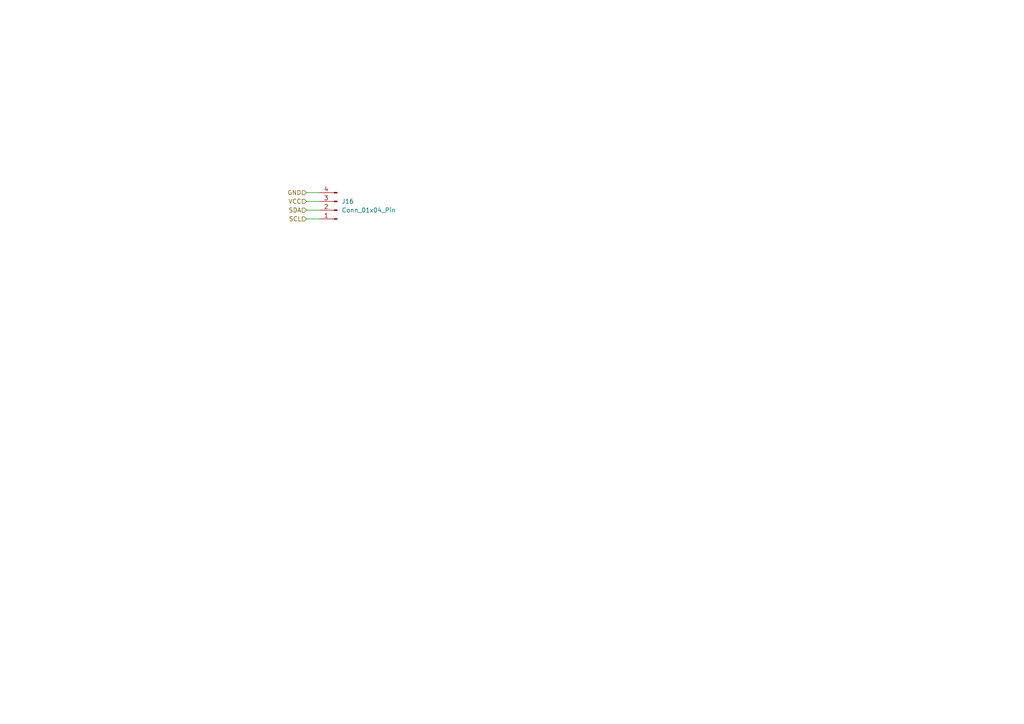
<source format=kicad_sch>
(kicad_sch (version 20230121) (generator eeschema)
  (paper "A4")
  (lib_symbols
    (symbol "Connector:Conn_01x04_Pin" (pin_names (offset 1.016) hide)
      (property "Reference" "J" (at 0 5.08 0))
      (property "Value" "Conn_01x04_Pin" (at 0 -7.62 0))
      (symbol "Conn_01x04_Pin_1_1"
        (polyline (pts (xy 1.27 -5.08) (xy 0.8636 -5.08)) (stroke (width 0.1524)))
        (polyline (pts (xy 1.27 -2.54) (xy 0.8636 -2.54)) (stroke (width 0.1524)))
        (polyline (pts (xy 1.27 0) (xy 0.8636 0)) (stroke (width 0.1524)))
        (polyline (pts (xy 1.27 2.54) (xy 0.8636 2.54)) (stroke (width 0.1524)))
        (rectangle (start 0.8636 -4.953) (end 0 -5.207) (stroke (width 0.1524)) (fill (type outline)))
        (rectangle (start 0.8636 -2.413) (end 0 -2.667) (stroke (width 0.1524)) (fill (type outline)))
        (rectangle (start 0.8636 0.127) (end 0 -0.127) (stroke (width 0.1524)) (fill (type outline)))
        (rectangle (start 0.8636 2.667) (end 0 2.413) (stroke (width 0.1524)) (fill (type outline)))
        (pin passive line (at 5.08 2.54 180) (length 3.81) (name "Pin_1") (number "1"))
        (pin passive line (at 5.08 0 180) (length 3.81) (name "Pin_2") (number "2"))
        (pin passive line (at 5.08 -2.54 180) (length 3.81) (name "Pin_3") (number "3"))
        (pin passive line (at 5.08 -5.08 180) (length 3.81) (name "Pin_4") (number "4"))
      )
    )
  )
  (wire (pts (xy 88.9 55.88) (xy 92.71 55.88)))
  (wire (pts (xy 88.9 63.5) (xy 92.71 63.5)))
  (wire (pts (xy 88.9 58.42) (xy 92.71 58.42)))
  (wire (pts (xy 88.9 60.96) (xy 92.71 60.96)))
  (hierarchical_label "GND" (shape input) (at 88.9 55.88 180))
  (hierarchical_label "VCC" (shape input) (at 88.9 58.42 180))
  (hierarchical_label "SDA" (shape input) (at 88.9 60.96 180))
  (hierarchical_label "SCL" (shape input) (at 88.9 63.5 180))
  (symbol (lib_id "Connector:Conn_01x04_Pin") (at 97.79 60.96 180) (unit 1)
    (property "Reference" "J16" (at 99.06 58.42 0) (effects (justify right)))
    (property "Value" "Conn_01x04_Pin" (at 99.06 60.96 0) (effects (justify right)))
    (property "Footprint" "Connector_PinHeader_2.00mm:PinHeader_1x04_P2.00mm_Horizontal" (effects hide))
  )
)
</source>
